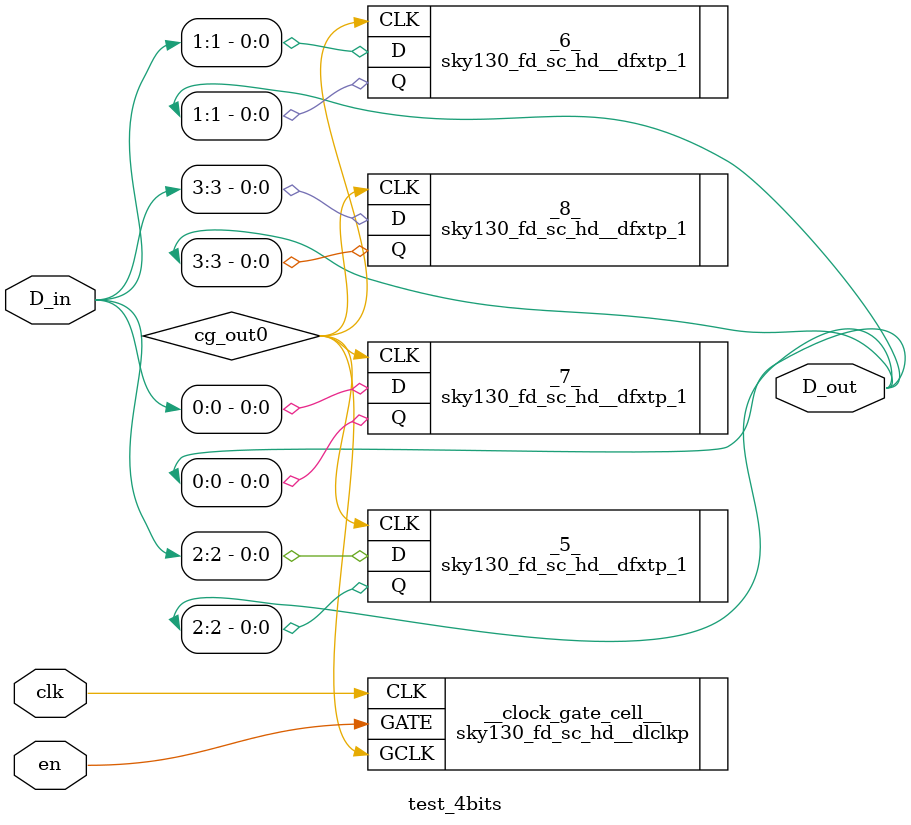
<source format=v>


module test_4bits
(
  D_in,
  clk,
  en,
  D_out
);

  wire cg_out0;
  wire [3:0] _0_;
  input [3:0] D_in;
  output [3:0] D_out;
  input clk;
  input en;

  sky130_fd_sc_hd__dlclkp
  __clock_gate_cell__
  (
    .GCLK(cg_out0),
    .GATE(en),
    .CLK(clk)
  );


  sky130_fd_sc_hd__dfxtp_1
  _5_
  (
    .CLK(cg_out0),
    .D(D_in[2]),
    .Q(D_out[2])
  );


  sky130_fd_sc_hd__dfxtp_1
  _6_
  (
    .CLK(cg_out0),
    .D(D_in[1]),
    .Q(D_out[1])
  );


  sky130_fd_sc_hd__dfxtp_1
  _7_
  (
    .CLK(cg_out0),
    .D(D_in[0]),
    .Q(D_out[0])
  );


  sky130_fd_sc_hd__dfxtp_1
  _8_
  (
    .CLK(cg_out0),
    .D(D_in[3]),
    .Q(D_out[3])
  );


endmodule


</source>
